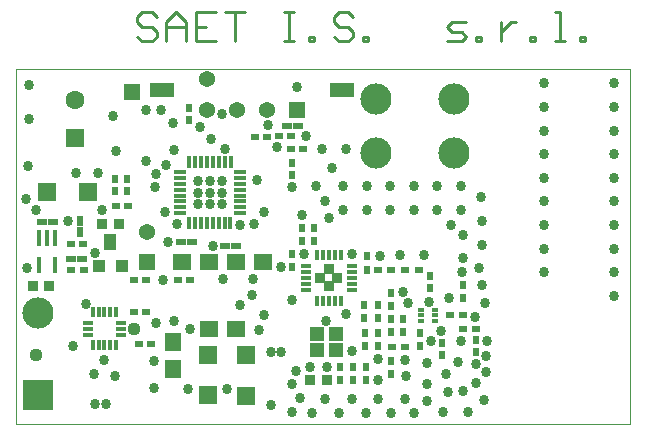
<source format=gts>
*%FSLAX24Y24*%
*%MOIN*%
G01*
%ADD11C,0.0010*%
%ADD12C,0.0020*%
%ADD13C,0.0039*%
%ADD14C,0.0073*%
%ADD15C,0.0079*%
%ADD16C,0.0100*%
%ADD17O,0.0110X0.0394*%
%ADD18C,0.0118*%
%ADD19C,0.0120*%
%ADD20O,0.0150X0.0434*%
%ADD21C,0.0197*%
%ADD22C,0.0295*%
%ADD23C,0.0295*%
%ADD24C,0.0300*%
%ADD25C,0.0340*%
%ADD26C,0.0350*%
%ADD27C,0.0354*%
%ADD28C,0.0394*%
%ADD29O,0.0394X0.0110*%
%ADD30C,0.0394*%
%ADD31C,0.0394*%
%ADD32C,0.0400*%
%ADD33O,0.0434X0.0150*%
%ADD34C,0.0440*%
%ADD35C,0.0472*%
%ADD36C,0.0500*%
%ADD37C,0.0540*%
%ADD38C,0.0554*%
%ADD39C,0.0591*%
%ADD40C,0.0594*%
%ADD41C,0.0594*%
%ADD42C,0.0600*%
%ADD43C,0.0631*%
%ADD44C,0.0672*%
%ADD45C,0.1000*%
%ADD46C,0.1040*%
%ADD47C,0.1063*%
%ADD48C,0.1263*%
%ADD49R,0.0020X0.0020*%
%ADD50R,0.0059X0.0059*%
%ADD51R,0.0098X0.0315*%
%ADD52R,0.0100X0.0100*%
%ADD53R,0.0110X0.0299*%
%ADD54R,0.0138X0.0500*%
%ADD55R,0.0138X0.0355*%
%ADD56R,0.0150X0.0339*%
%ADD57R,0.0157X0.0079*%
%ADD58R,0.0178X0.0540*%
%ADD59R,0.0197X0.0119*%
%ADD60R,0.0200X0.0200*%
%ADD61R,0.0200X0.0250*%
%ADD62R,0.0200X0.0287*%
%ADD63R,0.0240X0.0290*%
%ADD64R,0.0240X0.0327*%
%ADD65R,0.0250X0.0200*%
%ADD66R,0.0287X0.0200*%
%ADD67R,0.0290X0.0240*%
%ADD68R,0.0299X0.0110*%
%ADD69R,0.0300X0.0300*%
%ADD70R,0.0300X0.0300*%
%ADD71R,0.0315X0.0098*%
%ADD72R,0.0327X0.0240*%
%ADD73R,0.0339X0.0150*%
%ADD74R,0.0340X0.0340*%
%ADD75R,0.0355X0.0138*%
%ADD76R,0.0360X0.0360*%
%ADD77R,0.0360X0.0500*%
%ADD78R,0.0400X0.0400*%
%ADD79R,0.0400X0.0400*%
%ADD80R,0.0400X0.0540*%
%ADD81R,0.0472X0.0433*%
%ADD82R,0.0500X0.0500*%
%ADD83R,0.0500X0.0500*%
%ADD84R,0.0500X0.0600*%
%ADD85R,0.0512X0.0473*%
%ADD86R,0.0540X0.0540*%
%ADD87R,0.0540X0.0640*%
%ADD88R,0.0591X0.0591*%
%ADD89R,0.0600X0.0500*%
%ADD90R,0.0600X0.0600*%
%ADD91R,0.0600X0.0600*%
%ADD92R,0.0631X0.0631*%
%ADD93R,0.0640X0.0540*%
%ADD94R,0.0640X0.0640*%
%ADD95R,0.0700X0.0700*%
%ADD96R,0.0787X0.0472*%
%ADD97R,0.0800X0.0800*%
%ADD98R,0.0827X0.0512*%
%ADD99R,0.0900X0.0900*%
%ADD100R,0.1000X0.1000*%
%ADD101R,0.1000X0.1000*%
%ADD102R,0.1024X0.1024*%
%ADD103R,0.1040X0.1040*%
%ADD104R,0.1100X0.1100*%
%ADD105R,0.1200X0.1200*%
%ADD106R,0.1339X0.1358*%
%ADD107R,0.1400X0.1400*%
%ADD108R,0.1500X0.1500*%
%ADD109R,0.1800X0.1800*%
%ADD110R,0.2200X0.2200*%
%ADD111R,0.2300X0.2300*%
G54D11*
X89781Y74911D02*
X110263D01*
Y86722D01*
X89781D01*
Y74911D01*
X110253D02*
Y86722D01*
X102133D01*
G54D16*
X94482Y88467D02*
X94318Y88631D01*
X93990D01*
X93826Y88467D01*
Y88303D01*
X93990Y88139D01*
X94318D01*
X94482Y87975D01*
Y87811D01*
X94318Y87647D01*
X93990D01*
X93826Y87811D01*
X94810Y87647D02*
Y88303D01*
X95138Y88631D01*
X95466Y88303D01*
Y87647D01*
Y88139D01*
X94810D01*
X95794Y88631D02*
X96450D01*
X95794D02*
Y87647D01*
X96450D01*
X96122Y88139D02*
X95794D01*
X96778Y88631D02*
X97434D01*
X97106D01*
Y87647D01*
X98746Y88631D02*
X99074D01*
X98910D01*
Y87647D01*
X98746D01*
X99074D01*
X99566D02*
Y87811D01*
X99730D01*
Y87647D01*
X99566D01*
X100878Y88631D02*
X101042Y88467D01*
X100878Y88631D02*
X100550D01*
X100386Y88467D01*
Y88303D01*
X100550Y88139D01*
X100878D01*
X101042Y87975D01*
Y87811D01*
X100878Y87647D01*
X100550D01*
X100386Y87811D01*
X101370D02*
Y87647D01*
Y87811D02*
X101534D01*
Y87647D01*
X101370D01*
X104157D02*
X104649D01*
X104813Y87811D01*
X104649Y87975D01*
X104321D01*
X104157Y88139D01*
X104321Y88303D01*
X104813D01*
X105141Y87811D02*
Y87647D01*
Y87811D02*
X105305D01*
Y87647D01*
X105141D01*
X105961D02*
Y88303D01*
Y87975D02*
Y87647D01*
Y87975D02*
X106125Y88139D01*
X106289Y88303D01*
X106453D01*
X106945Y87811D02*
Y87647D01*
Y87811D02*
X107109D01*
Y87647D01*
X106945D01*
X107765D02*
X108093D01*
X107929D01*
Y88631D01*
X107765D01*
X108585Y87811D02*
Y87647D01*
Y87811D02*
X108749D01*
Y87647D01*
X108585D01*
G54D20*
X95578Y83612D02*
D03*
X95775D02*
D03*
X95972D02*
D03*
X96169D02*
D03*
X96366D02*
D03*
X96562D02*
D03*
X96759D02*
D03*
X96956D02*
D03*
X95578Y81604D02*
D03*
X95775D02*
D03*
X95972D02*
D03*
X96169D02*
D03*
X96366D02*
D03*
X96562D02*
D03*
X96759D02*
D03*
X96940Y81591D02*
D03*
G54D25*
X92428Y75551D02*
D03*
X92803D02*
D03*
X93088Y76486D02*
D03*
X92409Y76565D02*
D03*
X92743Y77037D02*
D03*
X91690Y77510D02*
D03*
X92114Y78907D02*
D03*
X92419Y80610D02*
D03*
X92665Y82017D02*
D03*
X92527Y83248D02*
D03*
X91799Y83258D02*
D03*
X90204Y83494D02*
D03*
X90125Y82382D02*
D03*
X90480Y82017D02*
D03*
X91533Y81663D02*
D03*
X90165Y80088D02*
D03*
X94702Y79704D02*
D03*
X94879Y80945D02*
D03*
X95175Y81545D02*
D03*
X94751Y81949D02*
D03*
X94446Y82805D02*
D03*
X94476Y83218D02*
D03*
X94781Y83543D02*
D03*
X95047Y84025D02*
D03*
X95037Y84921D02*
D03*
X94633Y85364D02*
D03*
X94131Y85374D02*
D03*
X93039Y85157D02*
D03*
X93127Y83996D02*
D03*
X94141Y83671D02*
D03*
X96287Y84409D02*
D03*
X95923Y84793D02*
D03*
X96661Y85216D02*
D03*
X96356Y80836D02*
D03*
X96690Y79734D02*
D03*
X95598Y78071D02*
D03*
X95047Y78327D02*
D03*
X94476Y78277D02*
D03*
X94397Y76998D02*
D03*
Y76082D02*
D03*
X95539Y76073D02*
D03*
X90224Y85069D02*
D03*
Y86201D02*
D03*
X96759Y84055D02*
D03*
X98501Y84114D02*
D03*
X98206Y84862D02*
D03*
X99466Y84488D02*
D03*
X99988Y84045D02*
D03*
X100804Y84075D02*
D03*
X100322Y83425D02*
D03*
X100696Y82815D02*
D03*
Y82027D02*
D03*
X100214Y81752D02*
D03*
X100086Y82342D02*
D03*
X99810Y82815D02*
D03*
X99003Y82785D02*
D03*
X99318Y81870D02*
D03*
X98049Y81958D02*
D03*
X97734Y81545D02*
D03*
X97251Y81535D02*
D03*
X97822Y83031D02*
D03*
X97704Y79724D02*
D03*
X97665Y79183D02*
D03*
X97251Y78858D02*
D03*
X98058Y78523D02*
D03*
X97911Y78041D02*
D03*
X98304Y77303D02*
D03*
X98629Y77293D02*
D03*
X99121Y76673D02*
D03*
X99003Y76240D02*
D03*
X99603Y76785D02*
D03*
X100174D02*
D03*
X100991Y77316D02*
D03*
X101857Y77070D02*
D03*
Y76352D02*
D03*
X102793Y76496D02*
D03*
X102773Y77037D02*
D03*
X103482Y76919D02*
D03*
X103482Y76240D02*
D03*
X104131Y76575D02*
D03*
X104190Y75964D02*
D03*
X104712Y76004D02*
D03*
X105135Y76260D02*
D03*
X105125Y76899D02*
D03*
X105460Y77165D02*
D03*
X105490Y77647D02*
D03*
X104614Y77667D02*
D03*
X104545Y76949D02*
D03*
X105480Y76614D02*
D03*
X105106Y78464D02*
D03*
X105440Y78917D02*
D03*
X105342Y79517D02*
D03*
X105214Y80098D02*
D03*
X104673Y79970D02*
D03*
X104712Y80417D02*
D03*
Y81204D02*
D03*
X104308Y81525D02*
D03*
X104633Y82027D02*
D03*
Y82815D02*
D03*
X103846D02*
D03*
X103058D02*
D03*
Y82027D02*
D03*
X103846D02*
D03*
X102271D02*
D03*
Y82815D02*
D03*
X101484D02*
D03*
Y82027D02*
D03*
X101916Y80505D02*
D03*
X102596Y80541D02*
D03*
X103413Y80531D02*
D03*
X103560Y78976D02*
D03*
X102851Y78921D02*
D03*
X102684Y79295D02*
D03*
X104229Y79088D02*
D03*
X103964Y77986D02*
D03*
X103639Y77671D02*
D03*
X100794Y78556D02*
D03*
X100125Y78330D02*
D03*
X98984Y79035D02*
D03*
X98629Y80138D02*
D03*
X99397Y80564D02*
D03*
X100991Y80545D02*
D03*
X105342Y80856D02*
D03*
Y81663D02*
D03*
X105293Y82460D02*
D03*
X107383Y82315D02*
D03*
Y81528D02*
D03*
X107412Y81515D02*
D03*
X107383Y80740D02*
D03*
Y79953D02*
D03*
X109745D02*
D03*
Y80740D02*
D03*
Y81528D02*
D03*
Y82315D02*
D03*
Y83102D02*
D03*
Y83890D02*
D03*
Y84677D02*
D03*
Y85465D02*
D03*
Y86252D02*
D03*
X107383D02*
D03*
Y85465D02*
D03*
Y84677D02*
D03*
Y83890D02*
D03*
Y83102D02*
D03*
X109745Y79165D02*
D03*
X96838Y76073D02*
D03*
X99151Y86132D02*
D03*
X99269Y75748D02*
D03*
X99003Y75285D02*
D03*
X99663Y75275D02*
D03*
X100558D02*
D03*
X100991Y75728D02*
D03*
X101877D02*
D03*
X102301Y75275D02*
D03*
X103068Y75246D02*
D03*
X102763Y75728D02*
D03*
X103511Y75669D02*
D03*
X104023Y75295D02*
D03*
X104860D02*
D03*
X105401Y75679D02*
D03*
X101464Y75246D02*
D03*
X100106Y75728D02*
D03*
X98304Y75541D02*
D03*
X96661Y83002D02*
D03*
Y82608D02*
D03*
Y82214D02*
D03*
X95873Y83002D02*
D03*
X96267D02*
D03*
Y82608D02*
D03*
X95873D02*
D03*
Y82214D02*
D03*
X96267D02*
D03*
G54D33*
X95262Y83297D02*
D03*
X97271Y82116D02*
D03*
Y81919D02*
D03*
X95262Y83100D02*
D03*
Y82903D02*
D03*
Y82706D02*
D03*
Y82510D02*
D03*
Y82313D02*
D03*
Y82116D02*
D03*
Y81919D02*
D03*
X97271Y83297D02*
D03*
Y83100D02*
D03*
Y82903D02*
D03*
Y82706D02*
D03*
Y82510D02*
D03*
Y82313D02*
D03*
G54D34*
X90460Y77204D02*
D03*
X93738Y78061D02*
D03*
G54D37*
X96169Y86388D02*
D03*
X94180Y81285D02*
D03*
X96151Y85374D02*
D03*
X97151D02*
D03*
X98151D02*
D03*
G54D43*
X91749Y85708D02*
D03*
G54D46*
X104397Y83917D02*
D03*
X101797Y85717D02*
D03*
Y83917D02*
D03*
X104397Y85717D02*
D03*
X90539Y78582D02*
D03*
G54D55*
X93137Y78622D02*
D03*
Y77519D02*
D03*
X92940D02*
D03*
X92743D02*
D03*
X92547D02*
D03*
X92350D02*
D03*
Y78622D02*
D03*
X92547D02*
D03*
X92743D02*
D03*
X92940D02*
D03*
G54D56*
X100617Y78999D02*
D03*
X100420D02*
D03*
X100223D02*
D03*
X100027D02*
D03*
X99830D02*
D03*
X100617Y80535D02*
D03*
X100420D02*
D03*
X100223D02*
D03*
X100027D02*
D03*
X99830D02*
D03*
G54D58*
X91090Y80187D02*
D03*
X90578Y81082D02*
D03*
X90834D02*
D03*
X91090D02*
D03*
X90578Y80187D02*
D03*
G54D59*
X103304Y78704D02*
D03*
Y78515D02*
D03*
Y78326D02*
D03*
X103777Y78704D02*
D03*
Y78515D02*
D03*
Y78326D02*
D03*
G54D63*
X103984Y77598D02*
D03*
Y77198D02*
D03*
X105135Y77293D02*
D03*
Y77693D02*
D03*
X104682Y79084D02*
D03*
Y79529D02*
D03*
X103600Y79823D02*
D03*
Y79423D02*
D03*
X101483Y80486D02*
D03*
Y80041D02*
D03*
X101404Y78429D02*
D03*
Y78873D02*
D03*
X101847Y78429D02*
D03*
Y78873D02*
D03*
X102300Y79267D02*
D03*
Y78822D02*
D03*
X103275Y77927D02*
D03*
Y77482D02*
D03*
X102684Y77956D02*
D03*
Y78401D02*
D03*
X102290Y77946D02*
D03*
Y78391D02*
D03*
X102310Y77001D02*
D03*
Y76556D02*
D03*
X101847Y77484D02*
D03*
Y77929D02*
D03*
X101424Y77484D02*
D03*
Y77929D02*
D03*
X101454Y76350D02*
D03*
Y76795D02*
D03*
X101021Y76350D02*
D03*
Y76795D02*
D03*
X100597D02*
D03*
Y76350D02*
D03*
X99003Y80556D02*
D03*
Y80112D02*
D03*
X99721Y81442D02*
D03*
Y80997D02*
D03*
X99318Y81442D02*
D03*
Y80997D02*
D03*
X99003Y83208D02*
D03*
Y83608D02*
D03*
X95558Y85039D02*
D03*
Y85439D02*
D03*
X93501Y82671D02*
D03*
Y83071D02*
D03*
X93108Y82671D02*
D03*
Y83071D02*
D03*
G54D64*
X91936Y81309D02*
D03*
Y81677D02*
D03*
G54D67*
X105145Y78071D02*
D03*
X104700D02*
D03*
X104692Y78517D02*
D03*
X104247D02*
D03*
X103225Y80013D02*
D03*
X102780D02*
D03*
X102310D02*
D03*
X101865D02*
D03*
X102330Y77474D02*
D03*
X102775D02*
D03*
X94285Y77559D02*
D03*
X93885D02*
D03*
X94118Y78612D02*
D03*
X93718D02*
D03*
X91629Y80029D02*
D03*
X92074D02*
D03*
X94138Y79704D02*
D03*
X93738D02*
D03*
X95584D02*
D03*
X95184D02*
D03*
X99374Y84055D02*
D03*
X98974D02*
D03*
X98970Y84488D02*
D03*
X98570D02*
D03*
X98153Y84478D02*
D03*
X97753D02*
D03*
X93517Y82155D02*
D03*
X93117D02*
D03*
X91621Y80905D02*
D03*
X92021D02*
D03*
G54D72*
X90647Y81643D02*
D03*
X91016D02*
D03*
X95661Y80955D02*
D03*
X95293D02*
D03*
X96775Y80817D02*
D03*
X97143D02*
D03*
X99185Y84842D02*
D03*
X98816D02*
D03*
X91641Y80403D02*
D03*
X92010D02*
D03*
G54D73*
X99456Y80161D02*
D03*
X100991D02*
D03*
Y79964D02*
D03*
Y79767D02*
D03*
Y79570D02*
D03*
Y79373D02*
D03*
X99456Y79964D02*
D03*
Y79767D02*
D03*
Y79570D02*
D03*
Y79373D02*
D03*
G54D74*
X100495Y79767D02*
D03*
X99945D02*
D03*
X100223Y80047D02*
D03*
Y79497D02*
D03*
X99604Y76362D02*
D03*
X100154D02*
D03*
X92665Y81565D02*
D03*
X93215D02*
D03*
X90912Y79508D02*
D03*
X90362D02*
D03*
G54D75*
X93295Y77874D02*
D03*
Y78071D02*
D03*
Y78267D02*
D03*
X92192Y77874D02*
D03*
Y78071D02*
D03*
Y78267D02*
D03*
G54D78*
X92566Y80147D02*
D03*
X93316D02*
D03*
G54D80*
X92946Y80947D02*
D03*
G54D85*
X99830Y77346D02*
D03*
Y77897D02*
D03*
X100460D02*
D03*
Y77346D02*
D03*
G54D86*
X94180Y80285D02*
D03*
X99151Y85374D02*
D03*
X93659Y85964D02*
D03*
G54D87*
X95037Y77612D02*
D03*
Y76712D02*
D03*
G54D92*
X91749Y84429D02*
D03*
G54D93*
X96223Y78071D02*
D03*
X97123D02*
D03*
X96232Y80295D02*
D03*
X95332D02*
D03*
X98033Y80285D02*
D03*
X97133D02*
D03*
G54D94*
X97478Y75835D02*
D03*
Y77185D02*
D03*
X96198Y75845D02*
D03*
Y77195D02*
D03*
X92192Y82628D02*
D03*
X90842D02*
D03*
G54D98*
X100647Y86014D02*
D03*
X94647D02*
D03*
G54D103*
X90539Y75846D02*
D03*
M02*

</source>
